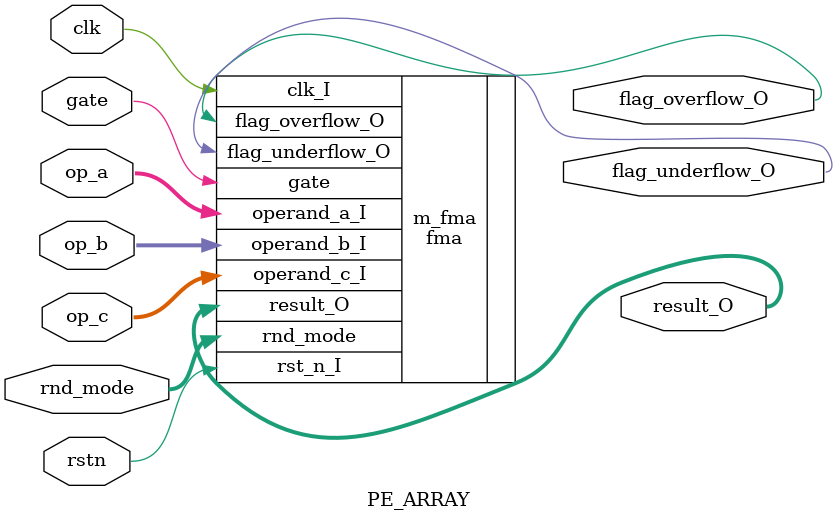
<source format=v>
module PE_ARRAY#(
    parameter WORDWIDTH = 32
  )
  (
    input clk,
    input rstn,
    input [WORDWIDTH*1-1:0]op_a,
    input [WORDWIDTH*1-1:0]op_b,
    input [WORDWIDTH*1-1:0]op_c,
    input [2:0]rnd_mode,
    input gate,
    output [WORDWIDTH*1-1:0]result_O,
    output flag_overflow_O,
    output flag_underflow_O
  );

  fma  m_fma(
         .clk_I(clk),
         .rst_n_I(rstn),
         .operand_a_I(op_a),
         .operand_b_I(op_b),
         .operand_c_I(op_c),
         .rnd_mode(rnd_mode),//0:round to nearest, 1:round to zero, 2:round to +inf, 3:round to -inf
         .gate(gate),//0:close, 1:open

         .result_O(result_O),
         .flag_overflow_O(flag_overflow_O),//0:overflow, 1:no overflow
         .flag_underflow_O(flag_underflow_O)//0:underflow, 1:no underflow
         // .done_valid_O(done_valid_O)
       );

endmodule

</source>
